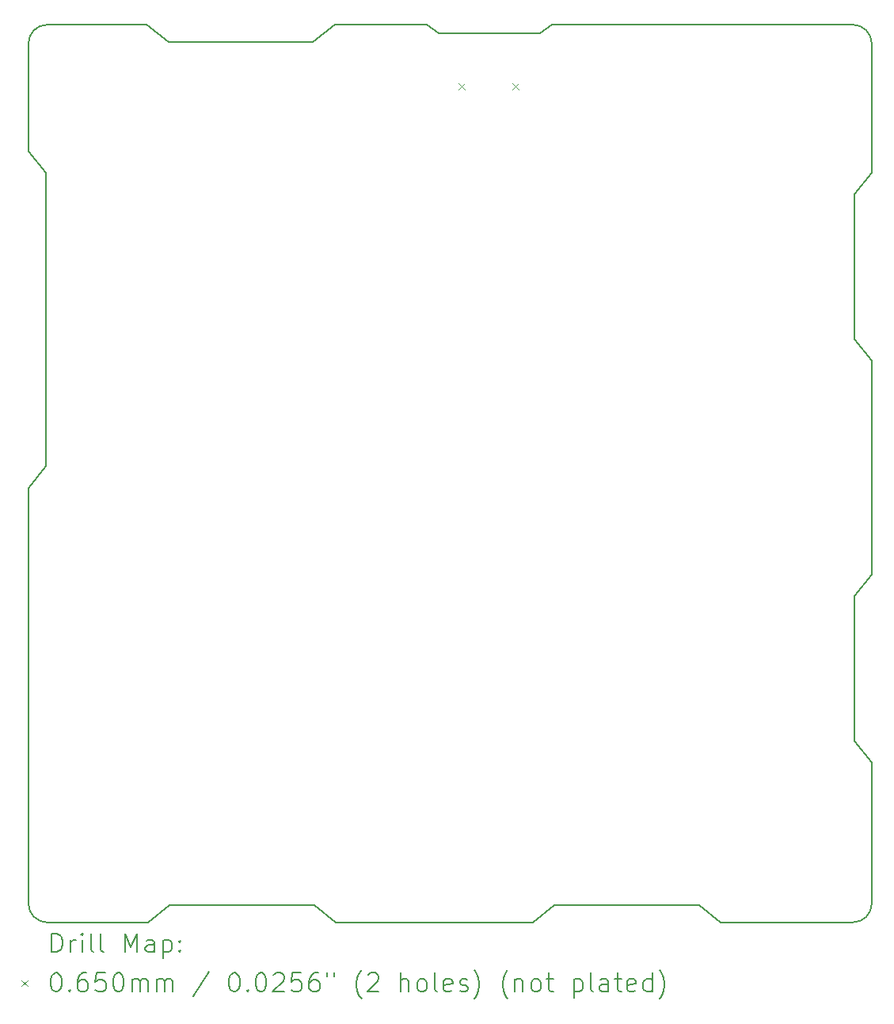
<source format=gbr>
%FSLAX45Y45*%
G04 Gerber Fmt 4.5, Leading zero omitted, Abs format (unit mm)*
G04 Created by KiCad (PCBNEW (6.0.5)) date 2022-07-09 20:19:48*
%MOMM*%
%LPD*%
G01*
G04 APERTURE LIST*
%TA.AperFunction,Profile*%
%ADD10C,0.150000*%
%TD*%
%ADD11C,0.200000*%
%ADD12C,0.065000*%
G04 APERTURE END LIST*
D10*
X10033610Y-5248910D02*
G75*
G03*
X9833610Y-5448910I0J-200000D01*
G01*
X9833610Y-14637410D02*
G75*
G03*
X10033610Y-14837410I200000J0D01*
G01*
X18650610Y-14837410D02*
G75*
G03*
X18850610Y-14637410I0J200000D01*
G01*
X15427610Y-5249910D02*
X15300610Y-5338810D01*
X14221110Y-5338810D02*
X14093110Y-5248910D01*
X11100160Y-5249020D02*
X10033610Y-5248910D01*
X18850610Y-5448910D02*
G75*
G03*
X18650610Y-5248910I-200000J0D01*
G01*
X18650610Y-5248910D02*
X15427610Y-5249910D01*
X9834020Y-10200840D02*
X9833610Y-14637410D01*
X15300610Y-5338810D02*
X14221110Y-5338810D01*
X12887960Y-14650720D02*
X11343640Y-14650720D01*
X12887960Y-14650720D02*
X13121640Y-14838680D01*
X11343640Y-14650720D02*
X11109960Y-14838680D01*
X18850610Y-5448910D02*
X18851880Y-6827520D01*
X18851880Y-8839200D02*
X18851880Y-11120120D01*
X18851880Y-13131800D02*
X18850610Y-14637410D01*
X18650610Y-14837410D02*
X17238370Y-14837410D01*
X11109960Y-14838680D02*
X10033610Y-14837410D01*
X13121640Y-14838680D02*
X15224760Y-14838680D01*
X10021980Y-9967160D02*
X10023000Y-6832000D01*
X11333840Y-5436980D02*
X12878160Y-5436980D01*
X17002760Y-14650720D02*
X15458440Y-14650720D01*
X9833610Y-5448910D02*
X9833020Y-6598320D01*
X14093110Y-5248910D02*
X13111840Y-5247000D01*
X18663920Y-11353800D02*
X18851880Y-11120120D01*
X10023000Y-6832000D02*
X9833020Y-6598320D01*
X12878160Y-5436980D02*
X13111840Y-5247000D01*
X18663920Y-12898120D02*
X18851880Y-13131800D01*
X18663920Y-7061200D02*
X18851880Y-6827520D01*
X10021980Y-9967160D02*
X9834020Y-10200840D01*
X11333840Y-5436980D02*
X11100160Y-5249020D01*
X18663920Y-7061200D02*
X18663920Y-8605520D01*
X17002760Y-14650720D02*
X17238370Y-14837410D01*
X15458440Y-14650720D02*
X15224760Y-14838680D01*
X18663920Y-11353800D02*
X18663920Y-12898120D01*
X18663920Y-8605520D02*
X18851880Y-8839200D01*
D11*
D12*
X14433700Y-5873800D02*
X14498700Y-5938800D01*
X14498700Y-5873800D02*
X14433700Y-5938800D01*
X15011700Y-5873800D02*
X15076700Y-5938800D01*
X15076700Y-5873800D02*
X15011700Y-5938800D01*
D11*
X10083139Y-15156656D02*
X10083139Y-14956656D01*
X10130758Y-14956656D01*
X10159330Y-14966180D01*
X10178377Y-14985228D01*
X10187901Y-15004275D01*
X10197425Y-15042370D01*
X10197425Y-15070942D01*
X10187901Y-15109037D01*
X10178377Y-15128085D01*
X10159330Y-15147132D01*
X10130758Y-15156656D01*
X10083139Y-15156656D01*
X10283139Y-15156656D02*
X10283139Y-15023323D01*
X10283139Y-15061418D02*
X10292663Y-15042370D01*
X10302187Y-15032847D01*
X10321234Y-15023323D01*
X10340282Y-15023323D01*
X10406949Y-15156656D02*
X10406949Y-15023323D01*
X10406949Y-14956656D02*
X10397425Y-14966180D01*
X10406949Y-14975704D01*
X10416472Y-14966180D01*
X10406949Y-14956656D01*
X10406949Y-14975704D01*
X10530758Y-15156656D02*
X10511710Y-15147132D01*
X10502187Y-15128085D01*
X10502187Y-14956656D01*
X10635520Y-15156656D02*
X10616472Y-15147132D01*
X10606949Y-15128085D01*
X10606949Y-14956656D01*
X10864091Y-15156656D02*
X10864091Y-14956656D01*
X10930758Y-15099513D01*
X10997425Y-14956656D01*
X10997425Y-15156656D01*
X11178377Y-15156656D02*
X11178377Y-15051894D01*
X11168853Y-15032847D01*
X11149806Y-15023323D01*
X11111710Y-15023323D01*
X11092663Y-15032847D01*
X11178377Y-15147132D02*
X11159330Y-15156656D01*
X11111710Y-15156656D01*
X11092663Y-15147132D01*
X11083139Y-15128085D01*
X11083139Y-15109037D01*
X11092663Y-15089989D01*
X11111710Y-15080466D01*
X11159330Y-15080466D01*
X11178377Y-15070942D01*
X11273615Y-15023323D02*
X11273615Y-15223323D01*
X11273615Y-15032847D02*
X11292663Y-15023323D01*
X11330758Y-15023323D01*
X11349806Y-15032847D01*
X11359329Y-15042370D01*
X11368853Y-15061418D01*
X11368853Y-15118561D01*
X11359329Y-15137608D01*
X11349806Y-15147132D01*
X11330758Y-15156656D01*
X11292663Y-15156656D01*
X11273615Y-15147132D01*
X11454568Y-15137608D02*
X11464091Y-15147132D01*
X11454568Y-15156656D01*
X11445044Y-15147132D01*
X11454568Y-15137608D01*
X11454568Y-15156656D01*
X11454568Y-15032847D02*
X11464091Y-15042370D01*
X11454568Y-15051894D01*
X11445044Y-15042370D01*
X11454568Y-15032847D01*
X11454568Y-15051894D01*
D12*
X9760520Y-15453680D02*
X9825520Y-15518680D01*
X9825520Y-15453680D02*
X9760520Y-15518680D01*
D11*
X10121234Y-15376656D02*
X10140282Y-15376656D01*
X10159330Y-15386180D01*
X10168853Y-15395704D01*
X10178377Y-15414751D01*
X10187901Y-15452847D01*
X10187901Y-15500466D01*
X10178377Y-15538561D01*
X10168853Y-15557608D01*
X10159330Y-15567132D01*
X10140282Y-15576656D01*
X10121234Y-15576656D01*
X10102187Y-15567132D01*
X10092663Y-15557608D01*
X10083139Y-15538561D01*
X10073615Y-15500466D01*
X10073615Y-15452847D01*
X10083139Y-15414751D01*
X10092663Y-15395704D01*
X10102187Y-15386180D01*
X10121234Y-15376656D01*
X10273615Y-15557608D02*
X10283139Y-15567132D01*
X10273615Y-15576656D01*
X10264091Y-15567132D01*
X10273615Y-15557608D01*
X10273615Y-15576656D01*
X10454568Y-15376656D02*
X10416472Y-15376656D01*
X10397425Y-15386180D01*
X10387901Y-15395704D01*
X10368853Y-15424275D01*
X10359330Y-15462370D01*
X10359330Y-15538561D01*
X10368853Y-15557608D01*
X10378377Y-15567132D01*
X10397425Y-15576656D01*
X10435520Y-15576656D01*
X10454568Y-15567132D01*
X10464091Y-15557608D01*
X10473615Y-15538561D01*
X10473615Y-15490942D01*
X10464091Y-15471894D01*
X10454568Y-15462370D01*
X10435520Y-15452847D01*
X10397425Y-15452847D01*
X10378377Y-15462370D01*
X10368853Y-15471894D01*
X10359330Y-15490942D01*
X10654568Y-15376656D02*
X10559330Y-15376656D01*
X10549806Y-15471894D01*
X10559330Y-15462370D01*
X10578377Y-15452847D01*
X10625996Y-15452847D01*
X10645044Y-15462370D01*
X10654568Y-15471894D01*
X10664091Y-15490942D01*
X10664091Y-15538561D01*
X10654568Y-15557608D01*
X10645044Y-15567132D01*
X10625996Y-15576656D01*
X10578377Y-15576656D01*
X10559330Y-15567132D01*
X10549806Y-15557608D01*
X10787901Y-15376656D02*
X10806949Y-15376656D01*
X10825996Y-15386180D01*
X10835520Y-15395704D01*
X10845044Y-15414751D01*
X10854568Y-15452847D01*
X10854568Y-15500466D01*
X10845044Y-15538561D01*
X10835520Y-15557608D01*
X10825996Y-15567132D01*
X10806949Y-15576656D01*
X10787901Y-15576656D01*
X10768853Y-15567132D01*
X10759330Y-15557608D01*
X10749806Y-15538561D01*
X10740282Y-15500466D01*
X10740282Y-15452847D01*
X10749806Y-15414751D01*
X10759330Y-15395704D01*
X10768853Y-15386180D01*
X10787901Y-15376656D01*
X10940282Y-15576656D02*
X10940282Y-15443323D01*
X10940282Y-15462370D02*
X10949806Y-15452847D01*
X10968853Y-15443323D01*
X10997425Y-15443323D01*
X11016472Y-15452847D01*
X11025996Y-15471894D01*
X11025996Y-15576656D01*
X11025996Y-15471894D02*
X11035520Y-15452847D01*
X11054568Y-15443323D01*
X11083139Y-15443323D01*
X11102187Y-15452847D01*
X11111710Y-15471894D01*
X11111710Y-15576656D01*
X11206948Y-15576656D02*
X11206948Y-15443323D01*
X11206948Y-15462370D02*
X11216472Y-15452847D01*
X11235520Y-15443323D01*
X11264091Y-15443323D01*
X11283139Y-15452847D01*
X11292663Y-15471894D01*
X11292663Y-15576656D01*
X11292663Y-15471894D02*
X11302187Y-15452847D01*
X11321234Y-15443323D01*
X11349806Y-15443323D01*
X11368853Y-15452847D01*
X11378377Y-15471894D01*
X11378377Y-15576656D01*
X11768853Y-15367132D02*
X11597425Y-15624275D01*
X12025996Y-15376656D02*
X12045044Y-15376656D01*
X12064091Y-15386180D01*
X12073615Y-15395704D01*
X12083139Y-15414751D01*
X12092663Y-15452847D01*
X12092663Y-15500466D01*
X12083139Y-15538561D01*
X12073615Y-15557608D01*
X12064091Y-15567132D01*
X12045044Y-15576656D01*
X12025996Y-15576656D01*
X12006948Y-15567132D01*
X11997425Y-15557608D01*
X11987901Y-15538561D01*
X11978377Y-15500466D01*
X11978377Y-15452847D01*
X11987901Y-15414751D01*
X11997425Y-15395704D01*
X12006948Y-15386180D01*
X12025996Y-15376656D01*
X12178377Y-15557608D02*
X12187901Y-15567132D01*
X12178377Y-15576656D01*
X12168853Y-15567132D01*
X12178377Y-15557608D01*
X12178377Y-15576656D01*
X12311710Y-15376656D02*
X12330758Y-15376656D01*
X12349806Y-15386180D01*
X12359329Y-15395704D01*
X12368853Y-15414751D01*
X12378377Y-15452847D01*
X12378377Y-15500466D01*
X12368853Y-15538561D01*
X12359329Y-15557608D01*
X12349806Y-15567132D01*
X12330758Y-15576656D01*
X12311710Y-15576656D01*
X12292663Y-15567132D01*
X12283139Y-15557608D01*
X12273615Y-15538561D01*
X12264091Y-15500466D01*
X12264091Y-15452847D01*
X12273615Y-15414751D01*
X12283139Y-15395704D01*
X12292663Y-15386180D01*
X12311710Y-15376656D01*
X12454568Y-15395704D02*
X12464091Y-15386180D01*
X12483139Y-15376656D01*
X12530758Y-15376656D01*
X12549806Y-15386180D01*
X12559329Y-15395704D01*
X12568853Y-15414751D01*
X12568853Y-15433799D01*
X12559329Y-15462370D01*
X12445044Y-15576656D01*
X12568853Y-15576656D01*
X12749806Y-15376656D02*
X12654568Y-15376656D01*
X12645044Y-15471894D01*
X12654568Y-15462370D01*
X12673615Y-15452847D01*
X12721234Y-15452847D01*
X12740282Y-15462370D01*
X12749806Y-15471894D01*
X12759329Y-15490942D01*
X12759329Y-15538561D01*
X12749806Y-15557608D01*
X12740282Y-15567132D01*
X12721234Y-15576656D01*
X12673615Y-15576656D01*
X12654568Y-15567132D01*
X12645044Y-15557608D01*
X12930758Y-15376656D02*
X12892663Y-15376656D01*
X12873615Y-15386180D01*
X12864091Y-15395704D01*
X12845044Y-15424275D01*
X12835520Y-15462370D01*
X12835520Y-15538561D01*
X12845044Y-15557608D01*
X12854568Y-15567132D01*
X12873615Y-15576656D01*
X12911710Y-15576656D01*
X12930758Y-15567132D01*
X12940282Y-15557608D01*
X12949806Y-15538561D01*
X12949806Y-15490942D01*
X12940282Y-15471894D01*
X12930758Y-15462370D01*
X12911710Y-15452847D01*
X12873615Y-15452847D01*
X12854568Y-15462370D01*
X12845044Y-15471894D01*
X12835520Y-15490942D01*
X13025996Y-15376656D02*
X13025996Y-15414751D01*
X13102187Y-15376656D02*
X13102187Y-15414751D01*
X13397425Y-15652847D02*
X13387901Y-15643323D01*
X13368853Y-15614751D01*
X13359329Y-15595704D01*
X13349806Y-15567132D01*
X13340282Y-15519513D01*
X13340282Y-15481418D01*
X13349806Y-15433799D01*
X13359329Y-15405228D01*
X13368853Y-15386180D01*
X13387901Y-15357608D01*
X13397425Y-15348085D01*
X13464091Y-15395704D02*
X13473615Y-15386180D01*
X13492663Y-15376656D01*
X13540282Y-15376656D01*
X13559329Y-15386180D01*
X13568853Y-15395704D01*
X13578377Y-15414751D01*
X13578377Y-15433799D01*
X13568853Y-15462370D01*
X13454568Y-15576656D01*
X13578377Y-15576656D01*
X13816472Y-15576656D02*
X13816472Y-15376656D01*
X13902187Y-15576656D02*
X13902187Y-15471894D01*
X13892663Y-15452847D01*
X13873615Y-15443323D01*
X13845044Y-15443323D01*
X13825996Y-15452847D01*
X13816472Y-15462370D01*
X14025996Y-15576656D02*
X14006948Y-15567132D01*
X13997425Y-15557608D01*
X13987901Y-15538561D01*
X13987901Y-15481418D01*
X13997425Y-15462370D01*
X14006948Y-15452847D01*
X14025996Y-15443323D01*
X14054568Y-15443323D01*
X14073615Y-15452847D01*
X14083139Y-15462370D01*
X14092663Y-15481418D01*
X14092663Y-15538561D01*
X14083139Y-15557608D01*
X14073615Y-15567132D01*
X14054568Y-15576656D01*
X14025996Y-15576656D01*
X14206948Y-15576656D02*
X14187901Y-15567132D01*
X14178377Y-15548085D01*
X14178377Y-15376656D01*
X14359329Y-15567132D02*
X14340282Y-15576656D01*
X14302187Y-15576656D01*
X14283139Y-15567132D01*
X14273615Y-15548085D01*
X14273615Y-15471894D01*
X14283139Y-15452847D01*
X14302187Y-15443323D01*
X14340282Y-15443323D01*
X14359329Y-15452847D01*
X14368853Y-15471894D01*
X14368853Y-15490942D01*
X14273615Y-15509989D01*
X14445044Y-15567132D02*
X14464091Y-15576656D01*
X14502187Y-15576656D01*
X14521234Y-15567132D01*
X14530758Y-15548085D01*
X14530758Y-15538561D01*
X14521234Y-15519513D01*
X14502187Y-15509989D01*
X14473615Y-15509989D01*
X14454568Y-15500466D01*
X14445044Y-15481418D01*
X14445044Y-15471894D01*
X14454568Y-15452847D01*
X14473615Y-15443323D01*
X14502187Y-15443323D01*
X14521234Y-15452847D01*
X14597425Y-15652847D02*
X14606948Y-15643323D01*
X14625996Y-15614751D01*
X14635520Y-15595704D01*
X14645044Y-15567132D01*
X14654568Y-15519513D01*
X14654568Y-15481418D01*
X14645044Y-15433799D01*
X14635520Y-15405228D01*
X14625996Y-15386180D01*
X14606948Y-15357608D01*
X14597425Y-15348085D01*
X14959329Y-15652847D02*
X14949806Y-15643323D01*
X14930758Y-15614751D01*
X14921234Y-15595704D01*
X14911710Y-15567132D01*
X14902187Y-15519513D01*
X14902187Y-15481418D01*
X14911710Y-15433799D01*
X14921234Y-15405228D01*
X14930758Y-15386180D01*
X14949806Y-15357608D01*
X14959329Y-15348085D01*
X15035520Y-15443323D02*
X15035520Y-15576656D01*
X15035520Y-15462370D02*
X15045044Y-15452847D01*
X15064091Y-15443323D01*
X15092663Y-15443323D01*
X15111710Y-15452847D01*
X15121234Y-15471894D01*
X15121234Y-15576656D01*
X15245044Y-15576656D02*
X15225996Y-15567132D01*
X15216472Y-15557608D01*
X15206948Y-15538561D01*
X15206948Y-15481418D01*
X15216472Y-15462370D01*
X15225996Y-15452847D01*
X15245044Y-15443323D01*
X15273615Y-15443323D01*
X15292663Y-15452847D01*
X15302187Y-15462370D01*
X15311710Y-15481418D01*
X15311710Y-15538561D01*
X15302187Y-15557608D01*
X15292663Y-15567132D01*
X15273615Y-15576656D01*
X15245044Y-15576656D01*
X15368853Y-15443323D02*
X15445044Y-15443323D01*
X15397425Y-15376656D02*
X15397425Y-15548085D01*
X15406948Y-15567132D01*
X15425996Y-15576656D01*
X15445044Y-15576656D01*
X15664091Y-15443323D02*
X15664091Y-15643323D01*
X15664091Y-15452847D02*
X15683139Y-15443323D01*
X15721234Y-15443323D01*
X15740282Y-15452847D01*
X15749806Y-15462370D01*
X15759329Y-15481418D01*
X15759329Y-15538561D01*
X15749806Y-15557608D01*
X15740282Y-15567132D01*
X15721234Y-15576656D01*
X15683139Y-15576656D01*
X15664091Y-15567132D01*
X15873615Y-15576656D02*
X15854568Y-15567132D01*
X15845044Y-15548085D01*
X15845044Y-15376656D01*
X16035520Y-15576656D02*
X16035520Y-15471894D01*
X16025996Y-15452847D01*
X16006948Y-15443323D01*
X15968853Y-15443323D01*
X15949806Y-15452847D01*
X16035520Y-15567132D02*
X16016472Y-15576656D01*
X15968853Y-15576656D01*
X15949806Y-15567132D01*
X15940282Y-15548085D01*
X15940282Y-15529037D01*
X15949806Y-15509989D01*
X15968853Y-15500466D01*
X16016472Y-15500466D01*
X16035520Y-15490942D01*
X16102187Y-15443323D02*
X16178377Y-15443323D01*
X16130758Y-15376656D02*
X16130758Y-15548085D01*
X16140282Y-15567132D01*
X16159329Y-15576656D01*
X16178377Y-15576656D01*
X16321234Y-15567132D02*
X16302187Y-15576656D01*
X16264091Y-15576656D01*
X16245044Y-15567132D01*
X16235520Y-15548085D01*
X16235520Y-15471894D01*
X16245044Y-15452847D01*
X16264091Y-15443323D01*
X16302187Y-15443323D01*
X16321234Y-15452847D01*
X16330758Y-15471894D01*
X16330758Y-15490942D01*
X16235520Y-15509989D01*
X16502187Y-15576656D02*
X16502187Y-15376656D01*
X16502187Y-15567132D02*
X16483139Y-15576656D01*
X16445044Y-15576656D01*
X16425996Y-15567132D01*
X16416472Y-15557608D01*
X16406948Y-15538561D01*
X16406948Y-15481418D01*
X16416472Y-15462370D01*
X16425996Y-15452847D01*
X16445044Y-15443323D01*
X16483139Y-15443323D01*
X16502187Y-15452847D01*
X16578377Y-15652847D02*
X16587901Y-15643323D01*
X16606948Y-15614751D01*
X16616472Y-15595704D01*
X16625996Y-15567132D01*
X16635520Y-15519513D01*
X16635520Y-15481418D01*
X16625996Y-15433799D01*
X16616472Y-15405228D01*
X16606948Y-15386180D01*
X16587901Y-15357608D01*
X16578377Y-15348085D01*
M02*

</source>
